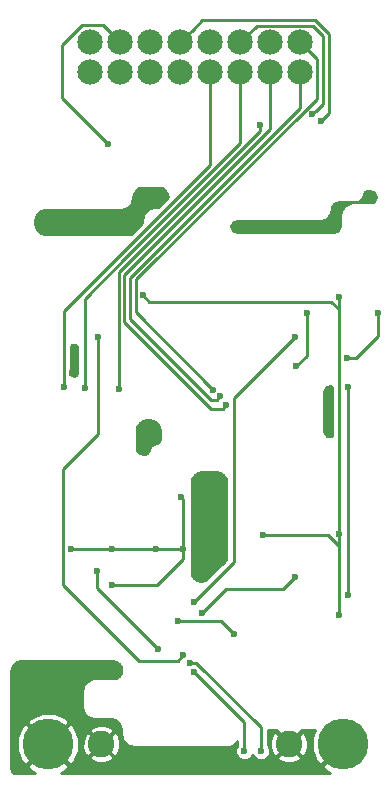
<source format=gbr>
G04 #@! TF.GenerationSoftware,KiCad,Pcbnew,(6.0.0-rc1-dev-305-gf0b8b2136)*
G04 #@! TF.CreationDate,2019-08-02T14:10:45-06:00*
G04 #@! TF.ProjectId,Slush01,536C75736830312E6B696361645F7063,rev?*
G04 #@! TF.SameCoordinates,Original*
G04 #@! TF.FileFunction,Copper,L2,Bot,Signal*
G04 #@! TF.FilePolarity,Positive*
%FSLAX46Y46*%
G04 Gerber Fmt 4.6, Leading zero omitted, Abs format (unit mm)*
G04 Created by KiCad (PCBNEW (6.0.0-rc1-dev-305-gf0b8b2136)) date 08/02/19 14:10:45*
%MOMM*%
%LPD*%
G01*
G04 APERTURE LIST*
G04 #@! TA.AperFunction,ComponentPad*
%ADD10C,4.300000*%
G04 #@! TD*
G04 #@! TA.AperFunction,ComponentPad*
%ADD11C,2.250000*%
G04 #@! TD*
G04 #@! TA.AperFunction,ComponentPad*
%ADD12C,2.140000*%
G04 #@! TD*
G04 #@! TA.AperFunction,ViaPad*
%ADD13C,0.600000*%
G04 #@! TD*
G04 #@! TA.AperFunction,Conductor*
%ADD14C,0.250000*%
G04 #@! TD*
G04 #@! TA.AperFunction,Conductor*
%ADD15C,0.254000*%
G04 #@! TD*
G04 APERTURE END LIST*
D10*
G04 #@! TO.P,J1,10*
G04 #@! TO.N,GND*
X57505000Y-122050000D03*
X82495000Y-122050000D03*
D11*
X62050000Y-122050000D03*
X77950000Y-122050000D03*
G04 #@! TD*
D12*
G04 #@! TO.P,J2,15*
G04 #@! TO.N,/Channel3/V-*
X61110000Y-65150000D03*
G04 #@! TO.P,J2,10*
G04 #@! TO.N,/Channel2/I+*
X68730000Y-62610000D03*
G04 #@! TO.P,J2,9*
G04 #@! TO.N,/Channel2/V+*
X68730000Y-65150000D03*
G04 #@! TO.P,J2,13*
G04 #@! TO.N,/Channel3/V+*
X63650000Y-65150000D03*
G04 #@! TO.P,J2,11*
G04 #@! TO.N,/Channel2/V-*
X66190000Y-65150000D03*
G04 #@! TO.P,J2,16*
G04 #@! TO.N,/Channel3/I-*
X61110000Y-62610000D03*
G04 #@! TO.P,J2,14*
G04 #@! TO.N,/Channel3/I+*
X63650000Y-62610000D03*
G04 #@! TO.P,J2,12*
G04 #@! TO.N,/Channel2/I-*
X66190000Y-62610000D03*
G04 #@! TO.P,J2,8*
G04 #@! TO.N,/Channel1/I-*
X71270000Y-62610000D03*
G04 #@! TO.P,J2,6*
G04 #@! TO.N,/Channel1/I+*
X73810000Y-62610000D03*
G04 #@! TO.P,J2,4*
G04 #@! TO.N,/Channel0/I-*
X76350000Y-62610000D03*
G04 #@! TO.P,J2,2*
G04 #@! TO.N,/Channel0/I+*
X78890000Y-62610000D03*
G04 #@! TO.P,J2,7*
G04 #@! TO.N,/Channel1/V-*
X71270000Y-65150000D03*
G04 #@! TO.P,J2,5*
G04 #@! TO.N,/Channel1/V+*
X73810000Y-65150000D03*
G04 #@! TO.P,J2,3*
G04 #@! TO.N,/Channel0/V-*
X76350000Y-65150000D03*
G04 #@! TO.P,J2,1*
G04 #@! TO.N,/Channel0/V+*
X78890000Y-65150000D03*
G04 #@! TD*
D13*
G04 #@! TO.N,GND*
X68615000Y-122600000D03*
X71385000Y-122600000D03*
X72770000Y-122600000D03*
X60900000Y-115700000D03*
X62200000Y-115700000D03*
X59650000Y-115700000D03*
G04 #@! TO.N,/Channel2/Vpower*
X78563000Y-90044000D03*
G04 #@! TO.N,/Channel0/V+*
X72119551Y-92557943D03*
G04 #@! TO.N,/Channel1/V+*
X60617000Y-91867000D03*
G04 #@! TO.N,/Channel0/out*
X70531000Y-110975000D03*
X78425000Y-107867000D03*
G04 #@! TO.N,/Channel1/out*
X66849998Y-114016000D03*
X61662000Y-107363000D03*
G04 #@! TO.N,/Channel2/out*
X69870000Y-109981000D03*
X78442000Y-87530000D03*
G04 #@! TO.N,/Channel3/out*
X68993000Y-114500000D03*
X61737000Y-87597000D03*
G04 #@! TO.N,/Channel0/I+*
X71532000Y-92015000D03*
G04 #@! TO.N,/Channel1/I+*
X79900000Y-68700000D03*
X75500000Y-69600001D03*
X63500000Y-92000002D03*
G04 #@! TO.N,/Channel0/V-*
X72630000Y-93334000D03*
G04 #@! TO.N,/Channel1/V-*
X58907000Y-91826000D03*
G04 #@! TO.N,/Channel2/I+*
X80600000Y-69300000D03*
G04 #@! TO.N,/Channel3/I+*
X62600000Y-71200000D03*
G04 #@! TO.N,/Channel1/Vpower*
X62933000Y-105479000D03*
X68808000Y-101136000D03*
X62944000Y-108591000D03*
X68933000Y-105479000D03*
X59456000Y-105479000D03*
X66637000Y-105479000D03*
G04 #@! TO.N,/Channel2/Vpower*
X79456000Y-85556000D03*
X85456000Y-85556000D03*
X82847000Y-89309000D03*
G04 #@! TO.N,/Power*
X82900006Y-91800000D03*
X68500000Y-111600000D03*
X73300000Y-112700000D03*
X82898000Y-109432000D03*
G04 #@! TO.N,/1V*
X82140000Y-104210000D03*
X82140000Y-84138000D03*
X65596000Y-84042000D03*
X75756000Y-104364000D03*
X82138000Y-111081000D03*
G04 #@! TO.N,GNDA*
X81400000Y-92200000D03*
X65100000Y-77800000D03*
X81900000Y-77500000D03*
X84790000Y-75540000D03*
X79500000Y-78400000D03*
X63000000Y-77800000D03*
X59600000Y-90600000D03*
X81300000Y-95400000D03*
X66500000Y-95100000D03*
X65500000Y-96900000D03*
X67190000Y-75400000D03*
X59810000Y-88550000D03*
X71149000Y-101034000D03*
X71122000Y-107142000D03*
X56850000Y-77800000D03*
X73400000Y-78350000D03*
G04 #@! TO.N,SDA*
X75540000Y-122600000D03*
X69560000Y-115157000D03*
G04 #@! TO.N,SCL*
X74155000Y-122600000D03*
X69883756Y-115888564D03*
G04 #@! TD*
D14*
G04 #@! TO.N,/Channel0/V+*
X71819552Y-92857942D02*
X71314268Y-92857942D01*
X72119551Y-92557943D02*
X71819552Y-92857942D01*
X64498001Y-86041675D02*
X64498001Y-82534125D01*
X71314268Y-92857942D02*
X64498001Y-86041675D01*
X78890000Y-68142126D02*
X78890000Y-66663208D01*
X78890000Y-66663208D02*
X78890000Y-65150000D01*
X64498001Y-82534125D02*
X78890000Y-68142126D01*
G04 #@! TO.N,/Channel1/V+*
X60617000Y-84329590D02*
X64197000Y-80749590D01*
X60617000Y-91867000D02*
X60617000Y-84329590D01*
X73810000Y-71136590D02*
X73810000Y-65150000D01*
X64197000Y-80749590D02*
X73810000Y-71136590D01*
G04 #@! TO.N,/Channel0/out*
X70531000Y-110975000D02*
X72637000Y-108869000D01*
X72637000Y-108869000D02*
X77423000Y-108869000D01*
X77423000Y-108869000D02*
X78425000Y-107867000D01*
G04 #@! TO.N,/Channel1/out*
X66849998Y-114016000D02*
X61662000Y-108828002D01*
X61662000Y-108828002D02*
X61662000Y-107363000D01*
G04 #@! TO.N,/Channel2/out*
X73255001Y-92716999D02*
X78442000Y-87530000D01*
X69870000Y-109981000D02*
X73255001Y-106595999D01*
X73255001Y-106595999D02*
X73255001Y-92716999D01*
G04 #@! TO.N,/Channel3/out*
X68993000Y-114500000D02*
X68534000Y-114959000D01*
X68534000Y-114959000D02*
X65193000Y-114959000D01*
X58830999Y-108596999D02*
X58830999Y-98719001D01*
X65193000Y-114959000D02*
X58830999Y-108596999D01*
X58830999Y-98719001D02*
X61737000Y-95813000D01*
X61737000Y-95813000D02*
X61737000Y-87597000D01*
G04 #@! TO.N,/Channel0/I+*
X71532000Y-92015000D02*
X64970999Y-85453999D01*
X64970999Y-85453999D02*
X64970999Y-82697538D01*
X79959999Y-63679999D02*
X78890000Y-62610000D01*
X80285001Y-67383536D02*
X80285001Y-64005001D01*
X80285001Y-64005001D02*
X79959999Y-63679999D01*
X64970999Y-82697538D02*
X80285001Y-67383536D01*
G04 #@! TO.N,/Channel1/I+*
X80199999Y-68400001D02*
X79900000Y-68700000D01*
X80799999Y-67800001D02*
X80199999Y-68400001D01*
X75205001Y-61214999D02*
X79965999Y-61214999D01*
X73810000Y-62610000D02*
X75205001Y-61214999D01*
X80799999Y-62048999D02*
X80799999Y-67800001D01*
X79965999Y-61214999D02*
X80799999Y-62048999D01*
X63500000Y-91575738D02*
X63500000Y-92000002D01*
X63500000Y-82083000D02*
X63500000Y-91575738D01*
X75500000Y-70083000D02*
X63500000Y-82083000D01*
X75500000Y-69600001D02*
X75500000Y-70083000D01*
G04 #@! TO.N,/Channel0/V-*
X72330001Y-93633999D02*
X71348879Y-93633999D01*
X63997990Y-86283110D02*
X63997990Y-82327014D01*
X71348879Y-93633999D02*
X63997990Y-86283110D01*
X72630000Y-93334000D02*
X72330001Y-93633999D01*
X76350000Y-66663208D02*
X76350000Y-65150000D01*
X63997990Y-82327014D02*
X76350000Y-69975004D01*
X76350000Y-69975004D02*
X76350000Y-66663208D01*
G04 #@! TO.N,/Channel1/V-*
X71270000Y-72969470D02*
X71270000Y-65150000D01*
X61785000Y-82454470D02*
X71270000Y-72969470D01*
X58907000Y-91826000D02*
X58907000Y-85332470D01*
X58907000Y-85332470D02*
X61785000Y-82454470D01*
G04 #@! TO.N,/Channel2/I+*
X80600000Y-69300000D02*
X81300000Y-68600000D01*
X81300000Y-61912590D02*
X81250008Y-61862598D01*
X81300000Y-68600000D02*
X81300000Y-61912590D01*
X70575011Y-60764989D02*
X69799999Y-61540001D01*
X81250008Y-61862598D02*
X80152399Y-60764989D01*
X80152399Y-60764989D02*
X70575011Y-60764989D01*
X69799999Y-61540001D02*
X68730000Y-62610000D01*
G04 #@! TO.N,/Channel3/I+*
X62600000Y-71200000D02*
X58700000Y-67300000D01*
X62204999Y-61164999D02*
X62580001Y-61540001D01*
X60416399Y-61164999D02*
X62204999Y-61164999D01*
X58700000Y-67300000D02*
X58700000Y-62881398D01*
X58700000Y-62881398D02*
X60416399Y-61164999D01*
X62580001Y-61540001D02*
X63650000Y-62610000D01*
G04 #@! TO.N,/Channel1/Vpower*
X68933000Y-101261000D02*
X68808000Y-101136000D01*
X68933000Y-105479000D02*
X68933000Y-101261000D01*
X68933000Y-105479000D02*
X66637000Y-105479000D01*
X66725000Y-108591000D02*
X62944000Y-108591000D01*
X68933000Y-106383000D02*
X66725000Y-108591000D01*
X68933000Y-105479000D02*
X68933000Y-106383000D01*
X62133000Y-105479000D02*
X59456000Y-105479000D01*
X62933000Y-105479000D02*
X62133000Y-105479000D01*
X66637000Y-105479000D02*
X62933000Y-105479000D01*
G04 #@! TO.N,/Channel2/Vpower*
X79456000Y-89151000D02*
X79456000Y-85556000D01*
X78563000Y-90044000D02*
X79456000Y-89151000D01*
X83616000Y-89309000D02*
X82847000Y-89309000D01*
X85456000Y-85556000D02*
X85456000Y-87469000D01*
X85456000Y-87469000D02*
X83616000Y-89309000D01*
G04 #@! TO.N,/Power*
X68500000Y-111600000D02*
X72200000Y-111600000D01*
X72200000Y-111600000D02*
X73300000Y-112700000D01*
X82900006Y-91800000D02*
X82900006Y-109429994D01*
X82900006Y-109429994D02*
X82898000Y-109432000D01*
G04 #@! TO.N,/1V*
X82140000Y-85217000D02*
X82140000Y-84138000D01*
X82140000Y-104210000D02*
X82140000Y-85217000D01*
X66115000Y-84561000D02*
X65596000Y-84042000D01*
X82140000Y-85217000D02*
X81484000Y-84561000D01*
X81484000Y-84561000D02*
X66115000Y-84561000D01*
X82140000Y-108900000D02*
X82140000Y-105697000D01*
X81217000Y-104364000D02*
X82140000Y-105287000D01*
X75756000Y-104364000D02*
X81217000Y-104364000D01*
X82140000Y-105287000D02*
X82140000Y-104210000D01*
X82140000Y-105697000D02*
X82140000Y-105287000D01*
X82140000Y-108900000D02*
X82140000Y-111079000D01*
X82140000Y-111079000D02*
X82138000Y-111081000D01*
G04 #@! TO.N,SDA*
X75540000Y-120600000D02*
X75540000Y-122600000D01*
X70097000Y-115157000D02*
X75540000Y-120600000D01*
X69560000Y-115157000D02*
X70097000Y-115157000D01*
G04 #@! TO.N,SCL*
X74155000Y-120159808D02*
X74155000Y-122600000D01*
X69883756Y-115888564D02*
X74155000Y-120159808D01*
G04 #@! TD*
D15*
G04 #@! TO.N,GNDA*
G36*
X67163997Y-74991946D02*
X67430189Y-75169811D01*
X67608054Y-75436003D01*
X67665137Y-75722977D01*
X66815113Y-76573000D01*
X66600000Y-76573000D01*
X66575224Y-76575440D01*
X66192541Y-76651560D01*
X66146760Y-76670523D01*
X65822336Y-76887296D01*
X65787296Y-76922336D01*
X65570523Y-77246760D01*
X65551560Y-77292541D01*
X65475440Y-77675224D01*
X65473000Y-77700000D01*
X65473000Y-77915114D01*
X64565114Y-78823000D01*
X57312509Y-78823000D01*
X56966870Y-78754248D01*
X56684455Y-78565545D01*
X56495752Y-78283130D01*
X56427000Y-77937491D01*
X56427000Y-77712509D01*
X56495752Y-77366870D01*
X56684455Y-77084455D01*
X56966870Y-76895752D01*
X57312509Y-76827000D01*
X63650000Y-76827000D01*
X63674776Y-76824560D01*
X64038325Y-76752246D01*
X64084107Y-76733282D01*
X64392309Y-76527347D01*
X64427347Y-76492309D01*
X64633282Y-76184107D01*
X64652246Y-76138325D01*
X64791946Y-75436003D01*
X64969811Y-75169811D01*
X65236003Y-74991946D01*
X65562509Y-74927000D01*
X66837491Y-74927000D01*
X67163997Y-74991946D01*
X67163997Y-74991946D01*
G37*
X67163997Y-74991946D02*
X67430189Y-75169811D01*
X67608054Y-75436003D01*
X67665137Y-75722977D01*
X66815113Y-76573000D01*
X66600000Y-76573000D01*
X66575224Y-76575440D01*
X66192541Y-76651560D01*
X66146760Y-76670523D01*
X65822336Y-76887296D01*
X65787296Y-76922336D01*
X65570523Y-77246760D01*
X65551560Y-77292541D01*
X65475440Y-77675224D01*
X65473000Y-77700000D01*
X65473000Y-77915114D01*
X64565114Y-78823000D01*
X57312509Y-78823000D01*
X56966870Y-78754248D01*
X56684455Y-78565545D01*
X56495752Y-78283130D01*
X56427000Y-77937491D01*
X56427000Y-77712509D01*
X56495752Y-77366870D01*
X56684455Y-77084455D01*
X56966870Y-76895752D01*
X57312509Y-76827000D01*
X63650000Y-76827000D01*
X63674776Y-76824560D01*
X64038325Y-76752246D01*
X64084107Y-76733282D01*
X64392309Y-76527347D01*
X64427347Y-76492309D01*
X64633282Y-76184107D01*
X64652246Y-76138325D01*
X64791946Y-75436003D01*
X64969811Y-75169811D01*
X65236003Y-74991946D01*
X65562509Y-74927000D01*
X66837491Y-74927000D01*
X67163997Y-74991946D01*
G36*
X59884259Y-88280852D02*
X60015000Y-88411593D01*
X60015000Y-90688407D01*
X59884259Y-90819148D01*
X59700000Y-90868520D01*
X59515741Y-90819148D01*
X59509000Y-90812407D01*
X59509000Y-88287593D01*
X59515741Y-88280852D01*
X59700000Y-88231480D01*
X59884259Y-88280852D01*
X59884259Y-88280852D01*
G37*
X59884259Y-88280852D02*
X60015000Y-88411593D01*
X60015000Y-90688407D01*
X59884259Y-90819148D01*
X59700000Y-90868520D01*
X59515741Y-90819148D01*
X59509000Y-90812407D01*
X59509000Y-88287593D01*
X59515741Y-88280852D01*
X59700000Y-88231480D01*
X59884259Y-88280852D01*
G36*
X66433130Y-94695752D02*
X66715545Y-94884455D01*
X66904248Y-95166870D01*
X66973000Y-95512509D01*
X66973000Y-96233278D01*
X66925846Y-96409259D01*
X66809259Y-96525846D01*
X66392130Y-96637616D01*
X66335197Y-96670486D01*
X66170486Y-96835197D01*
X66137616Y-96892130D01*
X66025846Y-97309259D01*
X65909259Y-97425846D01*
X65733278Y-97473000D01*
X65566721Y-97473000D01*
X65290741Y-97399052D01*
X65100948Y-97209259D01*
X65027000Y-96933279D01*
X65027000Y-95512509D01*
X65095752Y-95166870D01*
X65284455Y-94884455D01*
X65566870Y-94695752D01*
X65912509Y-94627000D01*
X66087491Y-94627000D01*
X66433130Y-94695752D01*
X66433130Y-94695752D01*
G37*
X66433130Y-94695752D02*
X66715545Y-94884455D01*
X66904248Y-95166870D01*
X66973000Y-95512509D01*
X66973000Y-96233278D01*
X66925846Y-96409259D01*
X66809259Y-96525846D01*
X66392130Y-96637616D01*
X66335197Y-96670486D01*
X66170486Y-96835197D01*
X66137616Y-96892130D01*
X66025846Y-97309259D01*
X65909259Y-97425846D01*
X65733278Y-97473000D01*
X65566721Y-97473000D01*
X65290741Y-97399052D01*
X65100948Y-97209259D01*
X65027000Y-96933279D01*
X65027000Y-95512509D01*
X65095752Y-95166870D01*
X65284455Y-94884455D01*
X65566870Y-94695752D01*
X65912509Y-94627000D01*
X66087491Y-94627000D01*
X66433130Y-94695752D01*
G36*
X85034259Y-75294250D02*
X85205750Y-75465741D01*
X85268519Y-75700000D01*
X85205750Y-75934259D01*
X85034259Y-76105750D01*
X84783279Y-76173000D01*
X83400000Y-76173000D01*
X83375224Y-76175440D01*
X82992541Y-76251560D01*
X82946760Y-76270523D01*
X82622336Y-76487296D01*
X82587296Y-76522336D01*
X82370523Y-76846760D01*
X82351560Y-76892541D01*
X82275440Y-77275224D01*
X82273000Y-77300000D01*
X82273000Y-78133279D01*
X82199052Y-78409259D01*
X82009259Y-78599052D01*
X81733279Y-78673000D01*
X73516721Y-78673000D01*
X73265741Y-78605750D01*
X73094250Y-78434259D01*
X73031481Y-78200000D01*
X73094250Y-77965741D01*
X73265741Y-77794250D01*
X73516721Y-77727000D01*
X80600000Y-77727000D01*
X80624776Y-77724560D01*
X80930923Y-77663664D01*
X80976705Y-77644700D01*
X81236243Y-77471281D01*
X81271281Y-77436243D01*
X81444700Y-77176705D01*
X81463664Y-77130923D01*
X81580528Y-76543405D01*
X81725877Y-76325877D01*
X81943405Y-76180528D01*
X82212509Y-76127000D01*
X83650000Y-76127000D01*
X83682870Y-76122673D01*
X83907870Y-76062384D01*
X83964803Y-76029514D01*
X84129514Y-75864803D01*
X84162384Y-75807870D01*
X84274154Y-75390741D01*
X84390741Y-75274154D01*
X84566722Y-75227000D01*
X84783279Y-75227000D01*
X85034259Y-75294250D01*
X85034259Y-75294250D01*
G37*
X85034259Y-75294250D02*
X85205750Y-75465741D01*
X85268519Y-75700000D01*
X85205750Y-75934259D01*
X85034259Y-76105750D01*
X84783279Y-76173000D01*
X83400000Y-76173000D01*
X83375224Y-76175440D01*
X82992541Y-76251560D01*
X82946760Y-76270523D01*
X82622336Y-76487296D01*
X82587296Y-76522336D01*
X82370523Y-76846760D01*
X82351560Y-76892541D01*
X82275440Y-77275224D01*
X82273000Y-77300000D01*
X82273000Y-78133279D01*
X82199052Y-78409259D01*
X82009259Y-78599052D01*
X81733279Y-78673000D01*
X73516721Y-78673000D01*
X73265741Y-78605750D01*
X73094250Y-78434259D01*
X73031481Y-78200000D01*
X73094250Y-77965741D01*
X73265741Y-77794250D01*
X73516721Y-77727000D01*
X80600000Y-77727000D01*
X80624776Y-77724560D01*
X80930923Y-77663664D01*
X80976705Y-77644700D01*
X81236243Y-77471281D01*
X81271281Y-77436243D01*
X81444700Y-77176705D01*
X81463664Y-77130923D01*
X81580528Y-76543405D01*
X81725877Y-76325877D01*
X81943405Y-76180528D01*
X82212509Y-76127000D01*
X83650000Y-76127000D01*
X83682870Y-76122673D01*
X83907870Y-76062384D01*
X83964803Y-76029514D01*
X84129514Y-75864803D01*
X84162384Y-75807870D01*
X84274154Y-75390741D01*
X84390741Y-75274154D01*
X84566722Y-75227000D01*
X84783279Y-75227000D01*
X85034259Y-75294250D01*
G36*
X81538001Y-91768458D02*
X81538000Y-95931542D01*
X81400000Y-95968519D01*
X81165741Y-95905750D01*
X80994250Y-95734259D01*
X80927000Y-95483279D01*
X80927000Y-92216721D01*
X80994250Y-91965741D01*
X81165741Y-91794250D01*
X81400000Y-91731481D01*
X81538001Y-91768458D01*
X81538001Y-91768458D01*
G37*
X81538001Y-91768458D02*
X81538000Y-95931542D01*
X81400000Y-95968519D01*
X81165741Y-95905750D01*
X80994250Y-95734259D01*
X80927000Y-95483279D01*
X80927000Y-92216721D01*
X80994250Y-91965741D01*
X81165741Y-91794250D01*
X81400000Y-91731481D01*
X81538001Y-91768458D01*
G36*
X72083130Y-99095752D02*
X72365545Y-99284455D01*
X72554248Y-99566870D01*
X72623000Y-99912509D01*
X72623000Y-106023277D01*
X72554249Y-106368916D01*
X72400245Y-106599398D01*
X71006505Y-107993139D01*
X70796380Y-108133540D01*
X70487258Y-108195029D01*
X70178137Y-108133540D01*
X69916079Y-107958438D01*
X69740977Y-107696380D01*
X69677000Y-107374748D01*
X69677000Y-105713224D01*
X69710000Y-105633555D01*
X69710000Y-105324445D01*
X69677000Y-105244776D01*
X69677000Y-99912509D01*
X69745752Y-99566870D01*
X69934455Y-99284455D01*
X70216870Y-99095752D01*
X70562509Y-99027000D01*
X71737491Y-99027000D01*
X72083130Y-99095752D01*
X72083130Y-99095752D01*
G37*
X72083130Y-99095752D02*
X72365545Y-99284455D01*
X72554248Y-99566870D01*
X72623000Y-99912509D01*
X72623000Y-106023277D01*
X72554249Y-106368916D01*
X72400245Y-106599398D01*
X71006505Y-107993139D01*
X70796380Y-108133540D01*
X70487258Y-108195029D01*
X70178137Y-108133540D01*
X69916079Y-107958438D01*
X69740977Y-107696380D01*
X69677000Y-107374748D01*
X69677000Y-105713224D01*
X69710000Y-105633555D01*
X69710000Y-105324445D01*
X69677000Y-105244776D01*
X69677000Y-99912509D01*
X69745752Y-99566870D01*
X69934455Y-99284455D01*
X70216870Y-99095752D01*
X70562509Y-99027000D01*
X71737491Y-99027000D01*
X72083130Y-99095752D01*
G04 #@! TO.N,GND*
G36*
X63275728Y-115084334D02*
X63509479Y-115240521D01*
X63665666Y-115474272D01*
X63720512Y-115750000D01*
X63665666Y-116025728D01*
X63509479Y-116259479D01*
X63275728Y-116415666D01*
X62987491Y-116473000D01*
X61500000Y-116473000D01*
X61475224Y-116475440D01*
X61092541Y-116551560D01*
X61046760Y-116570523D01*
X60722336Y-116787296D01*
X60687296Y-116822336D01*
X60470523Y-117146760D01*
X60451560Y-117192541D01*
X60375440Y-117575224D01*
X60373000Y-117600000D01*
X60373000Y-118800000D01*
X60375440Y-118824776D01*
X60451560Y-119207459D01*
X60470523Y-119253240D01*
X60687296Y-119577664D01*
X60722336Y-119612704D01*
X61046760Y-119829477D01*
X61092541Y-119848440D01*
X61475224Y-119924560D01*
X61500000Y-119927000D01*
X62837491Y-119927000D01*
X63183130Y-119995752D01*
X63465545Y-120184455D01*
X63654248Y-120466870D01*
X63723000Y-120812509D01*
X63723000Y-121150000D01*
X63725440Y-121174776D01*
X63801560Y-121557459D01*
X63820523Y-121603240D01*
X64037296Y-121927664D01*
X64072336Y-121962704D01*
X64396760Y-122179477D01*
X64442541Y-122198440D01*
X64825224Y-122274560D01*
X64850000Y-122277000D01*
X72800000Y-122277000D01*
X72832870Y-122272673D01*
X73182870Y-122178891D01*
X73239803Y-122146021D01*
X73496021Y-121889803D01*
X73528891Y-121832870D01*
X73553001Y-121742891D01*
X73553001Y-122103155D01*
X73496291Y-122159865D01*
X73378000Y-122445445D01*
X73378000Y-122754555D01*
X73496291Y-123040135D01*
X73714865Y-123258709D01*
X74000445Y-123377000D01*
X74309555Y-123377000D01*
X74595135Y-123258709D01*
X74813709Y-123040135D01*
X74847500Y-122958556D01*
X74881291Y-123040135D01*
X75099865Y-123258709D01*
X75385445Y-123377000D01*
X75694555Y-123377000D01*
X75980135Y-123258709D01*
X76084786Y-123154058D01*
X76913824Y-123154058D01*
X77029167Y-123399079D01*
X77615531Y-123648774D01*
X78252816Y-123655070D01*
X78843999Y-123417009D01*
X78870833Y-123399079D01*
X78986176Y-123154058D01*
X77950000Y-122117882D01*
X76913824Y-123154058D01*
X76084786Y-123154058D01*
X76198709Y-123040135D01*
X76317000Y-122754555D01*
X76317000Y-122445445D01*
X76278632Y-122352816D01*
X76344930Y-122352816D01*
X76582991Y-122943999D01*
X76600921Y-122970833D01*
X76845942Y-123086176D01*
X77882118Y-122050000D01*
X78017882Y-122050000D01*
X79054058Y-123086176D01*
X79299079Y-122970833D01*
X79548774Y-122384469D01*
X79555070Y-121747184D01*
X79317009Y-121156001D01*
X79299079Y-121129167D01*
X79054058Y-121013824D01*
X78017882Y-122050000D01*
X77882118Y-122050000D01*
X76845942Y-121013824D01*
X76600921Y-121129167D01*
X76351226Y-121715531D01*
X76344930Y-122352816D01*
X76278632Y-122352816D01*
X76198709Y-122159865D01*
X76142000Y-122103156D01*
X76142000Y-120877000D01*
X76946278Y-120877000D01*
X76913824Y-120945942D01*
X77950000Y-121982118D01*
X78986176Y-120945942D01*
X78953722Y-120877000D01*
X80141007Y-120877000D01*
X79879753Y-121471499D01*
X79857444Y-122516347D01*
X80236678Y-123490198D01*
X80300210Y-123585277D01*
X80651738Y-123825380D01*
X82073000Y-122404118D01*
X82073000Y-122539882D01*
X80719620Y-123893262D01*
X80959723Y-124244790D01*
X81422140Y-124448000D01*
X58586513Y-124448000D01*
X58945198Y-124308322D01*
X59040277Y-124244790D01*
X59280380Y-123893262D01*
X57505000Y-122117882D01*
X55729620Y-123893262D01*
X55969723Y-124244790D01*
X56432140Y-124448000D01*
X54522505Y-124448000D01*
X54445752Y-124333130D01*
X54377000Y-123987491D01*
X54377000Y-122516347D01*
X54867444Y-122516347D01*
X55246678Y-123490198D01*
X55310210Y-123585277D01*
X55661738Y-123825380D01*
X57437118Y-122050000D01*
X57572882Y-122050000D01*
X59348262Y-123825380D01*
X59699790Y-123585277D01*
X59889289Y-123154058D01*
X61013824Y-123154058D01*
X61129167Y-123399079D01*
X61715531Y-123648774D01*
X62352816Y-123655070D01*
X62943999Y-123417009D01*
X62970833Y-123399079D01*
X63086176Y-123154058D01*
X62050000Y-122117882D01*
X61013824Y-123154058D01*
X59889289Y-123154058D01*
X60120247Y-122628501D01*
X60126133Y-122352816D01*
X60444930Y-122352816D01*
X60682991Y-122943999D01*
X60700921Y-122970833D01*
X60945942Y-123086176D01*
X61982118Y-122050000D01*
X62117882Y-122050000D01*
X63154058Y-123086176D01*
X63399079Y-122970833D01*
X63648774Y-122384469D01*
X63655070Y-121747184D01*
X63417009Y-121156001D01*
X63399079Y-121129167D01*
X63154058Y-121013824D01*
X62117882Y-122050000D01*
X61982118Y-122050000D01*
X60945942Y-121013824D01*
X60700921Y-121129167D01*
X60451226Y-121715531D01*
X60444930Y-122352816D01*
X60126133Y-122352816D01*
X60142556Y-121583653D01*
X59894221Y-120945942D01*
X61013824Y-120945942D01*
X62050000Y-121982118D01*
X63086176Y-120945942D01*
X62970833Y-120700921D01*
X62384469Y-120451226D01*
X61747184Y-120444930D01*
X61156001Y-120682991D01*
X61129167Y-120700921D01*
X61013824Y-120945942D01*
X59894221Y-120945942D01*
X59763322Y-120609802D01*
X59699790Y-120514723D01*
X59348262Y-120274620D01*
X57572882Y-122050000D01*
X57437118Y-122050000D01*
X55661738Y-120274620D01*
X55310210Y-120514723D01*
X54889753Y-121471499D01*
X54867444Y-122516347D01*
X54377000Y-122516347D01*
X54377000Y-120206738D01*
X55729620Y-120206738D01*
X57505000Y-121982118D01*
X59280380Y-120206738D01*
X59040277Y-119855210D01*
X58083501Y-119434753D01*
X57038653Y-119412444D01*
X56064802Y-119791678D01*
X55969723Y-119855210D01*
X55729620Y-120206738D01*
X54377000Y-120206738D01*
X54377000Y-115912509D01*
X54445752Y-115566870D01*
X54634455Y-115284455D01*
X54916870Y-115095752D01*
X55262509Y-115027000D01*
X62987491Y-115027000D01*
X63275728Y-115084334D01*
X63275728Y-115084334D01*
G37*
X63275728Y-115084334D02*
X63509479Y-115240521D01*
X63665666Y-115474272D01*
X63720512Y-115750000D01*
X63665666Y-116025728D01*
X63509479Y-116259479D01*
X63275728Y-116415666D01*
X62987491Y-116473000D01*
X61500000Y-116473000D01*
X61475224Y-116475440D01*
X61092541Y-116551560D01*
X61046760Y-116570523D01*
X60722336Y-116787296D01*
X60687296Y-116822336D01*
X60470523Y-117146760D01*
X60451560Y-117192541D01*
X60375440Y-117575224D01*
X60373000Y-117600000D01*
X60373000Y-118800000D01*
X60375440Y-118824776D01*
X60451560Y-119207459D01*
X60470523Y-119253240D01*
X60687296Y-119577664D01*
X60722336Y-119612704D01*
X61046760Y-119829477D01*
X61092541Y-119848440D01*
X61475224Y-119924560D01*
X61500000Y-119927000D01*
X62837491Y-119927000D01*
X63183130Y-119995752D01*
X63465545Y-120184455D01*
X63654248Y-120466870D01*
X63723000Y-120812509D01*
X63723000Y-121150000D01*
X63725440Y-121174776D01*
X63801560Y-121557459D01*
X63820523Y-121603240D01*
X64037296Y-121927664D01*
X64072336Y-121962704D01*
X64396760Y-122179477D01*
X64442541Y-122198440D01*
X64825224Y-122274560D01*
X64850000Y-122277000D01*
X72800000Y-122277000D01*
X72832870Y-122272673D01*
X73182870Y-122178891D01*
X73239803Y-122146021D01*
X73496021Y-121889803D01*
X73528891Y-121832870D01*
X73553001Y-121742891D01*
X73553001Y-122103155D01*
X73496291Y-122159865D01*
X73378000Y-122445445D01*
X73378000Y-122754555D01*
X73496291Y-123040135D01*
X73714865Y-123258709D01*
X74000445Y-123377000D01*
X74309555Y-123377000D01*
X74595135Y-123258709D01*
X74813709Y-123040135D01*
X74847500Y-122958556D01*
X74881291Y-123040135D01*
X75099865Y-123258709D01*
X75385445Y-123377000D01*
X75694555Y-123377000D01*
X75980135Y-123258709D01*
X76084786Y-123154058D01*
X76913824Y-123154058D01*
X77029167Y-123399079D01*
X77615531Y-123648774D01*
X78252816Y-123655070D01*
X78843999Y-123417009D01*
X78870833Y-123399079D01*
X78986176Y-123154058D01*
X77950000Y-122117882D01*
X76913824Y-123154058D01*
X76084786Y-123154058D01*
X76198709Y-123040135D01*
X76317000Y-122754555D01*
X76317000Y-122445445D01*
X76278632Y-122352816D01*
X76344930Y-122352816D01*
X76582991Y-122943999D01*
X76600921Y-122970833D01*
X76845942Y-123086176D01*
X77882118Y-122050000D01*
X78017882Y-122050000D01*
X79054058Y-123086176D01*
X79299079Y-122970833D01*
X79548774Y-122384469D01*
X79555070Y-121747184D01*
X79317009Y-121156001D01*
X79299079Y-121129167D01*
X79054058Y-121013824D01*
X78017882Y-122050000D01*
X77882118Y-122050000D01*
X76845942Y-121013824D01*
X76600921Y-121129167D01*
X76351226Y-121715531D01*
X76344930Y-122352816D01*
X76278632Y-122352816D01*
X76198709Y-122159865D01*
X76142000Y-122103156D01*
X76142000Y-120877000D01*
X76946278Y-120877000D01*
X76913824Y-120945942D01*
X77950000Y-121982118D01*
X78986176Y-120945942D01*
X78953722Y-120877000D01*
X80141007Y-120877000D01*
X79879753Y-121471499D01*
X79857444Y-122516347D01*
X80236678Y-123490198D01*
X80300210Y-123585277D01*
X80651738Y-123825380D01*
X82073000Y-122404118D01*
X82073000Y-122539882D01*
X80719620Y-123893262D01*
X80959723Y-124244790D01*
X81422140Y-124448000D01*
X58586513Y-124448000D01*
X58945198Y-124308322D01*
X59040277Y-124244790D01*
X59280380Y-123893262D01*
X57505000Y-122117882D01*
X55729620Y-123893262D01*
X55969723Y-124244790D01*
X56432140Y-124448000D01*
X54522505Y-124448000D01*
X54445752Y-124333130D01*
X54377000Y-123987491D01*
X54377000Y-122516347D01*
X54867444Y-122516347D01*
X55246678Y-123490198D01*
X55310210Y-123585277D01*
X55661738Y-123825380D01*
X57437118Y-122050000D01*
X57572882Y-122050000D01*
X59348262Y-123825380D01*
X59699790Y-123585277D01*
X59889289Y-123154058D01*
X61013824Y-123154058D01*
X61129167Y-123399079D01*
X61715531Y-123648774D01*
X62352816Y-123655070D01*
X62943999Y-123417009D01*
X62970833Y-123399079D01*
X63086176Y-123154058D01*
X62050000Y-122117882D01*
X61013824Y-123154058D01*
X59889289Y-123154058D01*
X60120247Y-122628501D01*
X60126133Y-122352816D01*
X60444930Y-122352816D01*
X60682991Y-122943999D01*
X60700921Y-122970833D01*
X60945942Y-123086176D01*
X61982118Y-122050000D01*
X62117882Y-122050000D01*
X63154058Y-123086176D01*
X63399079Y-122970833D01*
X63648774Y-122384469D01*
X63655070Y-121747184D01*
X63417009Y-121156001D01*
X63399079Y-121129167D01*
X63154058Y-121013824D01*
X62117882Y-122050000D01*
X61982118Y-122050000D01*
X60945942Y-121013824D01*
X60700921Y-121129167D01*
X60451226Y-121715531D01*
X60444930Y-122352816D01*
X60126133Y-122352816D01*
X60142556Y-121583653D01*
X59894221Y-120945942D01*
X61013824Y-120945942D01*
X62050000Y-121982118D01*
X63086176Y-120945942D01*
X62970833Y-120700921D01*
X62384469Y-120451226D01*
X61747184Y-120444930D01*
X61156001Y-120682991D01*
X61129167Y-120700921D01*
X61013824Y-120945942D01*
X59894221Y-120945942D01*
X59763322Y-120609802D01*
X59699790Y-120514723D01*
X59348262Y-120274620D01*
X57572882Y-122050000D01*
X57437118Y-122050000D01*
X55661738Y-120274620D01*
X55310210Y-120514723D01*
X54889753Y-121471499D01*
X54867444Y-122516347D01*
X54377000Y-122516347D01*
X54377000Y-120206738D01*
X55729620Y-120206738D01*
X57505000Y-121982118D01*
X59280380Y-120206738D01*
X59040277Y-119855210D01*
X58083501Y-119434753D01*
X57038653Y-119412444D01*
X56064802Y-119791678D01*
X55969723Y-119855210D01*
X55729620Y-120206738D01*
X54377000Y-120206738D01*
X54377000Y-115912509D01*
X54445752Y-115566870D01*
X54634455Y-115284455D01*
X54916870Y-115095752D01*
X55262509Y-115027000D01*
X62987491Y-115027000D01*
X63275728Y-115084334D01*
G04 #@! TD*
M02*

</source>
